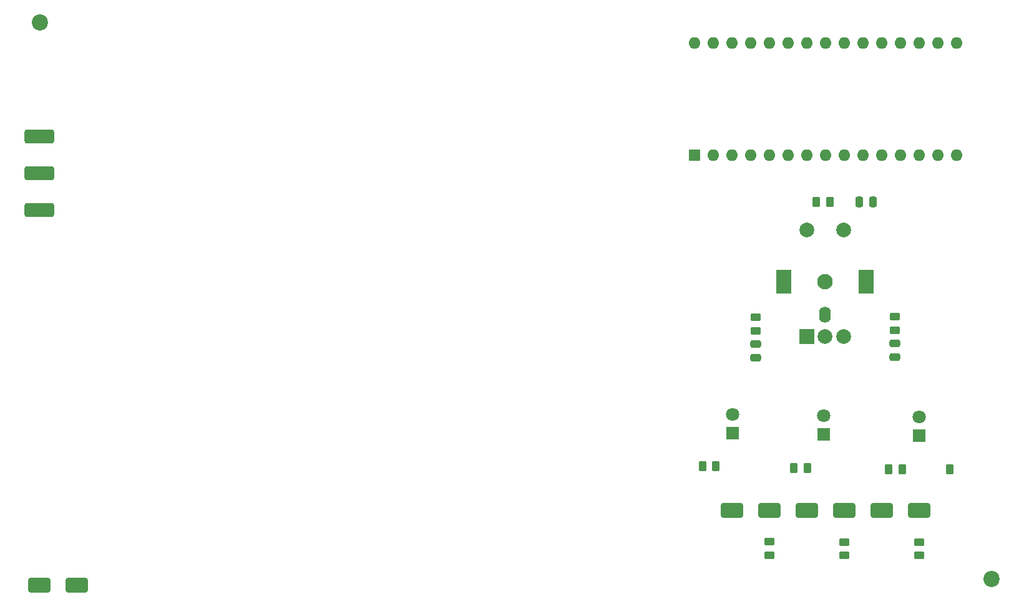
<source format=gbr>
%TF.GenerationSoftware,KiCad,Pcbnew,9.0.0*%
%TF.CreationDate,2025-10-26T20:42:14-07:00*%
%TF.ProjectId,Control_Dock,436f6e74-726f-46c5-9f44-6f636b2e6b69,1.0*%
%TF.SameCoordinates,Original*%
%TF.FileFunction,Soldermask,Top*%
%TF.FilePolarity,Negative*%
%FSLAX46Y46*%
G04 Gerber Fmt 4.6, Leading zero omitted, Abs format (unit mm)*
G04 Created by KiCad (PCBNEW 9.0.0) date 2025-10-26 20:42:14*
%MOMM*%
%LPD*%
G01*
G04 APERTURE LIST*
G04 Aperture macros list*
%AMRoundRect*
0 Rectangle with rounded corners*
0 $1 Rounding radius*
0 $2 $3 $4 $5 $6 $7 $8 $9 X,Y pos of 4 corners*
0 Add a 4 corners polygon primitive as box body*
4,1,4,$2,$3,$4,$5,$6,$7,$8,$9,$2,$3,0*
0 Add four circle primitives for the rounded corners*
1,1,$1+$1,$2,$3*
1,1,$1+$1,$4,$5*
1,1,$1+$1,$6,$7*
1,1,$1+$1,$8,$9*
0 Add four rect primitives between the rounded corners*
20,1,$1+$1,$2,$3,$4,$5,0*
20,1,$1+$1,$4,$5,$6,$7,0*
20,1,$1+$1,$6,$7,$8,$9,0*
20,1,$1+$1,$8,$9,$2,$3,0*%
G04 Aperture macros list end*
%ADD10C,2.200000*%
%ADD11RoundRect,0.300000X-1.200000X-0.700000X1.200000X-0.700000X1.200000X0.700000X-1.200000X0.700000X0*%
%ADD12RoundRect,0.250000X-0.450000X0.262500X-0.450000X-0.262500X0.450000X-0.262500X0.450000X0.262500X0*%
%ADD13RoundRect,0.250000X-0.250000X-0.475000X0.250000X-0.475000X0.250000X0.475000X-0.250000X0.475000X0*%
%ADD14RoundRect,0.250000X-0.262500X-0.450000X0.262500X-0.450000X0.262500X0.450000X-0.262500X0.450000X0*%
%ADD15RoundRect,0.250000X0.262500X0.450000X-0.262500X0.450000X-0.262500X-0.450000X0.262500X-0.450000X0*%
%ADD16R,1.800000X1.800000*%
%ADD17C,1.800000*%
%ADD18RoundRect,0.250000X-0.475000X0.250000X-0.475000X-0.250000X0.475000X-0.250000X0.475000X0.250000X0*%
%ADD19RoundRect,0.285750X1.714250X-0.666750X1.714250X0.666750X-1.714250X0.666750X-1.714250X-0.666750X0*%
%ADD20O,1.600000X2.200000*%
%ADD21C,2.100000*%
%ADD22R,2.000000X2.000000*%
%ADD23C,2.000000*%
%ADD24R,2.000000X3.200000*%
%ADD25R,1.600000X1.600000*%
%ADD26O,1.600000X1.600000*%
G04 APERTURE END LIST*
D10*
%TO.C,Down Right*%
X180000000Y-128700000D03*
%TD*%
D11*
%TO.C,SW2*%
X144780000Y-119380000D03*
X149860000Y-119380000D03*
%TD*%
D12*
%TO.C,R9*%
X170180000Y-123687500D03*
X170180000Y-125512500D03*
%TD*%
D13*
%TO.C,C3*%
X162050000Y-77500000D03*
X163950000Y-77500000D03*
%TD*%
D14*
%TO.C,R6*%
X156275000Y-77500000D03*
X158100000Y-77500000D03*
%TD*%
D15*
%TO.C,R1*%
X142612500Y-113400000D03*
X140787500Y-113400000D03*
%TD*%
D16*
%TO.C,D1*%
X144880000Y-108850000D03*
D17*
X144880000Y-106310000D03*
%TD*%
D10*
%TO.C,UP Left*%
X50900000Y-53050000D03*
%TD*%
D15*
%TO.C,R2*%
X155012500Y-113600000D03*
X153187500Y-113600000D03*
%TD*%
D12*
%TO.C,R4*%
X148000000Y-93175000D03*
X148000000Y-95000000D03*
%TD*%
D11*
%TO.C,SW4*%
X165100000Y-119380000D03*
X170180000Y-119380000D03*
%TD*%
D18*
%TO.C,C2*%
X148000000Y-96750000D03*
X148000000Y-98650000D03*
%TD*%
D16*
%TO.C,D3*%
X170180000Y-109220000D03*
D17*
X170180000Y-106680000D03*
%TD*%
D11*
%TO.C,BT1*%
X50800000Y-129540000D03*
X55880000Y-129540000D03*
%TD*%
D18*
%TO.C,C1*%
X166900000Y-96650000D03*
X166900000Y-98550000D03*
%TD*%
D16*
%TO.C,D2*%
X157280000Y-109080000D03*
D17*
X157280000Y-106540000D03*
%TD*%
D15*
%TO.C,R3*%
X167912500Y-113800000D03*
X166087500Y-113800000D03*
%TD*%
D12*
%TO.C,R5*%
X166900000Y-93075000D03*
X166900000Y-94900000D03*
%TD*%
D19*
%TO.C,SW1*%
X50800000Y-78580000D03*
X50800000Y-73580000D03*
X50800000Y-68580000D03*
%TD*%
D20*
%TO.C,ROT1*%
X157440000Y-92780000D03*
D21*
X157440000Y-88280000D03*
D14*
X174312500Y-113800000D03*
D22*
X154940000Y-95780000D03*
D23*
X159940000Y-95780000D03*
X157440000Y-95780000D03*
D24*
X151840000Y-88280000D03*
X163040000Y-88280000D03*
D23*
X159940000Y-81280000D03*
X154940000Y-81280000D03*
%TD*%
D11*
%TO.C,SW3*%
X154940000Y-119380000D03*
X160020000Y-119380000D03*
%TD*%
D12*
%TO.C,R7*%
X149860000Y-123640000D03*
X149860000Y-125465000D03*
%TD*%
D25*
%TO.C,Processor1*%
X139700000Y-71120000D03*
D26*
X142240000Y-71120000D03*
X144780000Y-71120000D03*
X147320000Y-71120000D03*
X149860000Y-71120000D03*
X152400000Y-71120000D03*
X154940000Y-71120000D03*
X157480000Y-71120000D03*
X160020000Y-71120000D03*
X162560000Y-71120000D03*
X165100000Y-71120000D03*
X167640000Y-71120000D03*
X170180000Y-71120000D03*
X172720000Y-71120000D03*
X175260000Y-71120000D03*
X175260000Y-55880000D03*
X172720000Y-55880000D03*
X170180000Y-55880000D03*
X167640000Y-55880000D03*
X165100000Y-55880000D03*
X162560000Y-55880000D03*
X160020000Y-55880000D03*
X157480000Y-55880000D03*
X154940000Y-55880000D03*
X152400000Y-55880000D03*
X149860000Y-55880000D03*
X147320000Y-55880000D03*
X144780000Y-55880000D03*
X142240000Y-55880000D03*
X139700000Y-55880000D03*
%TD*%
D12*
%TO.C,R8*%
X160020000Y-123675000D03*
X160020000Y-125500000D03*
%TD*%
M02*

</source>
